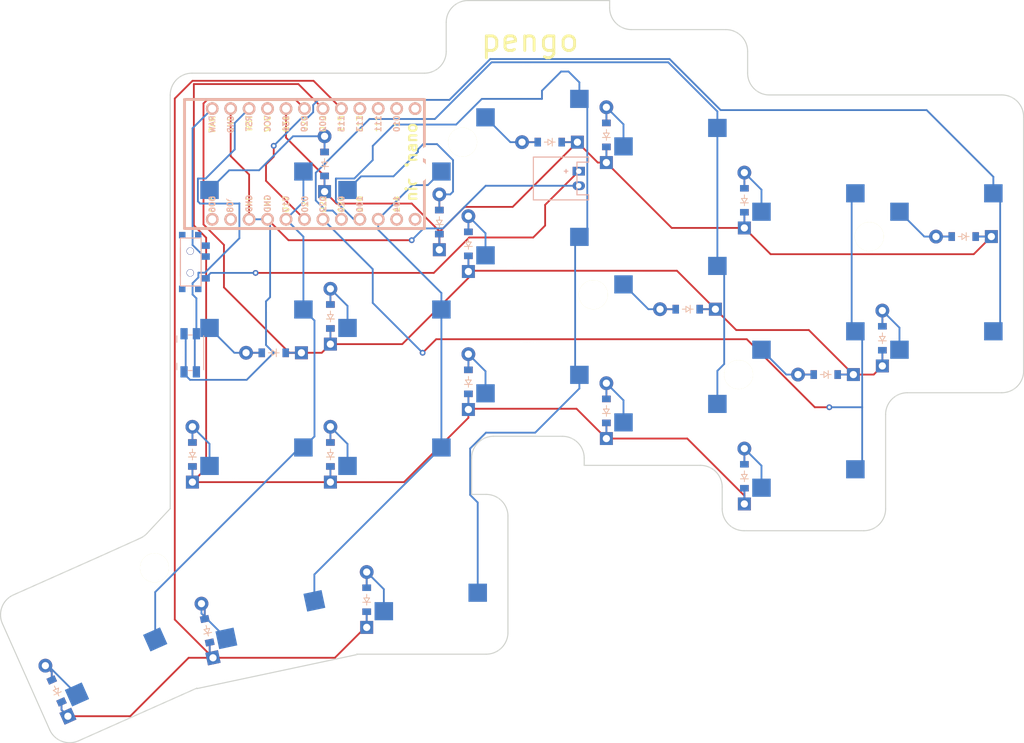
<source format=kicad_pcb>
(kicad_pcb (version 20240108) (generator "pcbnew") (generator_version "8.0")
  (title_block (title "right") (rev "v1.0.0") (company "Unknown"))
  (layers (0 "F.Cu" signal) (31 "B.Cu" signal) (34 "B.Paste" user) (35 "F.Paste" user) (36 "B.SilkS" user "B.Silkscreen") (37 "F.SilkS" user "F.Silkscreen") (38 "B.Mask" user) (39 "F.Mask" user) (44 "Edge.Cuts" user))
  (net 0 "")
  (net 1 "P020")
  (net 2 "mirror_outer_home")
  (net 3 "mirror_outer_top")
  (net 4 "P022")
  (net 5 "mirror_pinky_bottom")
  (net 6 "mirror_pinky_home")
  (net 7 "mirror_pinky_top")
  (net 8 "P024")
  (net 9 "mirror_ring_bottom")
  (net 10 "mirror_ring_home")
  (net 11 "mirror_ring_top")
  (net 12 "P100")
  (net 13 "mirror_middle_bottom")
  (net 14 "mirror_middle_home")
  (net 15 "mirror_middle_top")
  (net 16 "P011")
  (net 17 "mirror_index_bottom")
  (net 18 "mirror_index_home")
  (net 19 "mirror_index_top")
  (net 20 "P017")
  (net 21 "mirror_inner_bottom")
  (net 22 "mirror_inner_home")
  (net 23 "mirror_inner_top")
  (net 24 "mirror_near_thumb")
  (net 25 "mirror_home_thumb")
  (net 26 "mirror_far_thumb")
  (net 27 "RAW")
  (net 28 "GND")
  (net 29 "RST")
  (net 30 "VCC")
  (net 31 "P031")
  (net 32 "P029")
  (net 33 "P002")
  (net 34 "P115")
  (net 35 "P113")
  (net 36 "P111")
  (net 37 "P010")
  (net 38 "P009")
  (net 39 "P006")
  (net 40 "P008")
  (net 41 "P104")
  (net 42 "P106")
  (net 43 "pos")
  (footprint "E73:SPDT_C128955" (layer "F.Cu") (at 164.5 -26 90)
    (property "Reference" "T1" (hide yes))
    (property "Value" "" (hide yes))
  )
  (footprint "ComboDiode" (layer "F.Cu") (at 271 -29.5 180)
    (property "Reference" "D20" (hide yes))
    (property "Value" "" (hide yes))
  )
  (footprint "MX" (layer "F.Cu") (at 211 -51 180)
    (property "Reference" "S11" (hide yes))
    (property "Value" "" (hide yes))
  )
  (footprint "MX" (layer "F.Cu") (at 249 0 180)
    (property "Reference" "S3" (hide yes))
    (property "Value" "" (hide yes))
  )
  (footprint "HOLE_M2_TH" (layer "F.Cu") (at 220 -21.5)
    (property "Reference" "")
    (property "Value" "")
  )
  (footprint "ComboDiode" (layer "F.Cu") (at 146.106725 33.060663 114)
    (property "Reference" "D13" (hide yes))
    (property "Value" "" (hide yes))
  )
  (footprint "MX" (layer "F.Cu") (at 249 -38 180)
    (property "Reference" "S5" (hide yes))
    (property "Value" "" (hide yes))
  )
  (footprint "MX" (layer "F.Cu") (at 173 -22 180)
    (property "Reference" "S16" (hide yes))
    (property "Value" "" (hide yes))
  )
  (footprint "ComboDiode" (layer "F.Cu") (at 221.8 -5.5 90)
    (property "Reference" "D4" (hide yes))
    (property "Value" "" (hide yes))
  )
  (footprint "MX" (layer "F.Cu") (at 230 -28 180)
    (property "Reference" "S7" (hide yes))
    (property "Value" "" (hide yes))
  )
  (footprint "MX" (layer "F.Cu") (at 192 -22 180)
    (property "Reference" "S13" (hide yes))
    (property "Value" "" (hide yes))
  )
  (footprint "MX" (layer "F.Cu") (at 192 -3 180)
    (property "Reference" "S12" (hide yes))
    (property "Value" "" (hide yes))
  )
  (footprint "ComboDiode" (layer "F.Cu") (at 214 -42.5 180)
    (property "Reference" "D17" (hide yes))
    (property "Value" "" (hide yes))
  )
  (footprint "ComboDiode" (layer "F.Cu") (at 240.8 3.5 90)
    (property "Reference" "D2" (hide yes))
    (property "Value" "" (hide yes))
  )
  (footprint "ComboDiode" (layer "F.Cu") (at 164.8 0.5 90)
    (property "Reference" "D10" (hide yes))
    (property "Value" "" (hide yes))
  )
  (footprint "ComboDiode" (layer "F.Cu") (at 233 -19.5 180)
    (property "Reference" "D18" (hide yes))
    (property "Value" "" (hide yes))
  )
  (footprint "ComboDiode" (layer "F.Cu") (at 183.8 -18.5 90)
    (property "Reference" "D9" (hide yes))
    (property "Value" "" (hide yes))
  )
  (footprint "MX" (layer "F.Cu") (at 152.17422 26.528014 -156)
    (property "Reference" "S20" (hide yes))
    (property "Value" "" (hide yes))
  )
  (footprint "ComboDiode" (layer "F.Cu") (at 183 -39.5 90)
    (property "Reference" "D14" (hide yes))
    (property "Value" "" (hide yes))
  )
  (footprint "Panasonic_EVQPUL_EVQPUC" (layer "F.Cu") (at 164.5 -13.5 90)
    (property "Reference" "B1" (hide yes))
    (property "Value" "Panasonic_EVQPUL_EVQPUC" (hide yes))
  )
  (footprint "ComboDiode" (layer "F.Cu") (at 202.8 -9.5 90)
    (property "Reference" "D6" (hide yes))
    (property "Value" "" (hide yes))
  )
  (footprint "MX" (layer "F.Cu") (at 230 -47 180)
    (property "Reference" "S8" (hide yes))
    (property "Value" "" (hide yes))
  )
  (footprint "ComboDiode" (layer "F.Cu") (at 183.8 0.5 90)
    (property "Reference" "D8" (hide yes))
    (property "Value" "" (hide yes))
  )
  (footprint "ComboDiode" (layer "F.Cu") (at 259.8 -15.5 90)
    (property "Reference" "D1" (hide yes))
    (property "Value" "" (hide yes))
  )
  (footprint "MX" (layer "F.Cu") (at 249 -19 180)
    (property "Reference" "S4" (hide yes))
    (property "Value" "" (hide yes))
  )
  (footprint "HOLE_M2_TH" (layer "F.Cu") (at 202 -42.5)
    (property "Reference" "")
    (property "Value" "")
  )
  (footprint "ComboDiode" (layer "F.Cu") (at 202.8 -28.5 90)
    (property "Reference" "D7" (hide yes))
    (property "Value" "" (hide yes))
  )
  (footprint "MX" (layer "F.Cu") (at 173 -3 180)
    (property "Reference" "S15" (hide yes))
    (property "Value" "" (hide yes))
  )
  (footprint "MX" (layer "F.Cu") (at 268 -38 180)
    (property "Reference" "S2" (hide yes))
    (property "Value" "" (hide yes))
  )
  (footprint "JST_PH_S2B-PH-K_02x2.00mm_Angled" (layer "F.Cu") (at 218 -37.5 -90)
    (property "Reference" "JST1" (hide yes))
    (property "Value" "" (hide yes))
  )
  (footprint "HOLE_M2_TH" (layer "F.Cu") (at 159.579432 16.115865 24)
    (property "Reference" "")
    (property "Value" "")
  )
  (footprint "MX" (layer "F.Cu") (at 173 -41 180)
    (property "Reference" "S17" (hide yes))
    (property "Value" "" (hide yes))
  )
  (footprint "ComboDiode" (layer "F.Cu") (at 240.8 -34.5 90)
    (property "Reference" "D3" (hide yes))
    (property "Value" "" (hide yes))
  )
  (footprint "MX" (layer "F.Cu") (at 192 -41 180)
    (property "Reference" "S14" (hide yes))
    (property "Value" "" (hide yes))
  )
  (footprint "MX" (layer "F.Cu") (at 174.135561 19.639634 -168)
    (property "Reference" "S19" (hide yes))
    (property "Value" "" (hide yes))
  )
  (footprint "ComboDiode" (layer "F.Cu") (at 188.8 20.5 90)
    (property "Reference" "D11" (hide yes))
    (property "Value" "" (hide yes))
  )
  (footprint "HOLE_M2_TH" (layer "F.Cu") (at 258 -29.5)
    (property "Reference" "")
    (property "Value" "")
  )
  (footprint "ComboDiode" (layer "F.Cu") (at 252 -10.5 180)
    (property "Reference" "D19" (hide yes))
    (property "Value" "" (hide yes))
  )
  (footprint "MX" (layer "F.Cu") (at 211 -13 180)
    (property "Reference" "S9" (hide yes))
    (property "Value" "" (hide yes))
  )
  (footprint "ComboDiode" (layer "F.Cu") (at 221.8 -43.5 90)
    (property "Reference" "D5" (hide yes))
    (property "Value" "" (hide yes))
  )
  (footprint "nice_nano" (layer "F.Cu") (at 181.5 -39.5)
    (property "Reference" "MCU1" (hide yes))
    (property "Value" "nice_nano" (hide yes))
  )
  (footprint "ComboDiode" (layer "F.Cu") (at 176 -13.5 180)
    (property "Reference" "D15" (hide yes))
    (property "Value" "" (hide yes))
  )
  (footprint "MX" (layer "F.Cu") (at 230 -9 180)
    (property "Reference" "S6" (hide yes))
    (property "Value" "" (hide yes))
  )
  (footprint "MX" (layer "F.Cu") (at 197 17 180)
    (property "Reference" "S18" (hide yes))
    (property "Value" "" (hide yes))
  )
  (footprint "MX" (layer "F.Cu") (at 268 -19 180)
    (property "Reference" "S1" (hide yes))
    (property "Value" "" (hide yes))
  )
  (footprint "ComboDiode" (layer "F.Cu") (at 198.8 -31.5 90)
    (property "Reference" "D16" (hide yes))
    (property "Value" "" (hide yes))
  )
  (footprint "ComboDiode" (layer "F.Cu") (at 166.842441 24.768027 102)
    (property "Reference" "D12" (hide yes))
    (property "Value" "" (hide yes))
  )
  (footprint "HOLE_M2_TH" (layer "F.Cu") (at 240 -10.5)
    (property "Reference" "")
    (property "Value" "")
  )
  (footprint "MX" (layer "F.Cu") (at 211 -32 180)
    (property "Reference" "S10" (hide yes))
    (property "Value" "" (hide yes))
  )
  (gr_arc (start 260.25 -5) (mid 261.12868 -7.12132) (end 263.25 -8) (stroke (width 0.15)) (layer "Edge.Cuts"))
  (gr_line (start 240.75 11) (end 257.25 11) (stroke (width 0.15)) (layer "Edge.Cuts"))
  (gr_arc (start 161.75 -49) (mid 162.62868 -51.12132) (end 164.75 -52) (stroke (width 0.15)) (layer "Edge.Cuts"))
  (gr_arc (start 199.75 -59) (mid 200.62868 -61.12132) (end 202.75 -62) (stroke (width 0.15)) (layer "Edge.Cuts"))
  (gr_line (start 161.7 8) (end 158.564725 11.352138) (stroke (width 0.15)) (layer "Edge.Cuts"))
  (gr_line (start 164.75 -52) (end 196.75 -52) (stroke (width 0.15)) (layer "Edge.Cuts"))
  (gr_line (start 152.261324 14.448234) (end 140.163367 19.834591) (stroke (width 0.15)) (layer "Edge.Cuts"))
  (gr_arc (start 279.25 -11) (mid 278.37132 -8.87868) (end 276.25 -8) (stroke (width 0.15)) (layer "Edge.Cuts"))
  (gr_line (start 157.606964 12.037668) (end 152.274362 14.442391) (stroke (width 0.15)) (layer "Edge.Cuts"))
  (gr_arc (start 138.642941 23.795437) (mid 138.582836 21.500123) (end 140.163367 19.834591) (stroke (width 0.15)) (layer "Edge.Cuts"))
  (gr_line (start 237.75 5) (end 237.75 8) (stroke (width 0.15)) (layer "Edge.Cuts"))
  (gr_line (start 203.25 6) (end 203.25 1) (stroke (width 0.15)) (layer "Edge.Cuts"))
  (gr_arc (start 240.75 11) (mid 238.62868 10.12132) (end 237.75 8) (stroke (width 0.15)) (layer "Edge.Cuts"))
  (gr_line (start 165.418429 32.738264) (end 187.42675 28.060251) (stroke (width 0.15)) (layer "Edge.Cuts"))
  (gr_arc (start 208.25 25) (mid 207.37132 27.12132) (end 205.25 28) (stroke (width 0.15)) (layer "Edge.Cuts"))
  (gr_arc (start 238.25 -58) (mid 240.37132 -57.12132) (end 241.25 -55) (stroke (width 0.15)) (layer "Edge.Cuts"))
  (gr_line (start 205.25 6) (end 203.25 6) (stroke (width 0.15)) (layer "Edge.Cuts"))
  (gr_line (start 187.413943 28) (end 205.25 28) (stroke (width 0.15)) (layer "Edge.Cuts"))
  (gr_line (start 222.25 -61) (end 222.25 -62) (stroke (width 0.15)) (layer "Edge.Cuts"))
  (gr_arc (start 205.25 6) (mid 207.37132 6.87868) (end 208.25 9) (stroke (width 0.15)) (layer "Edge.Cuts"))
  (gr_line (start 238.25 -58) (end 225.25 -58) (stroke (width 0.15)) (layer "Edge.Cuts"))
  (gr_line (start 161.75 7.986436) (end 161.75 -49) (stroke (width 0.15)) (layer "Edge.Cuts"))
  (gr_line (start 218.75 1) (end 218.75 2) (stroke (width 0.15)) (layer "Edge.Cuts"))
  (gr_arc (start 199.75 -55) (mid 198.87132 -52.87868) (end 196.75 -52) (stroke (width 0.15)) (layer "Edge.Cuts"))
  (gr_arc (start 234.75 2) (mid 236.87132 2.87868) (end 237.75 5) (stroke (width 0.15)) (layer "Edge.Cuts"))
  (gr_line (start 138.64294 23.795437) (end 145.150726 38.412164) (stroke (width 0.15)) (layer "Edge.Cuts"))
  (gr_line (start 241.25 -52) (end 241.25 -55) (stroke (width 0.15)) (layer "Edge.Cuts"))
  (gr_line (start 244.25 -49) (end 276.25 -49) (stroke (width 0.15)) (layer "Edge.Cuts"))
  (gr_line (start 161.75 7.986436) (end 161.7 8) (stroke (width 0.15)) (layer "Edge.Cuts"))
  (gr_arc (start 276.25 -49) (mid 278.37132 -48.12132) (end 279.25 -46) (stroke (width 0.15)) (layer "Edge.Cuts"))
  (gr_line (start 260.25 8) (end 260.25 -5) (stroke (width 0.15)) (layer "Edge.Cuts"))
  (gr_arc (start 244.25 -49) (mid 242.12868 -49.87868) (end 241.25 -52) (stroke (width 0.15)) (layer "Edge.Cuts"))
  (gr_arc (start 158.564724 11.352138) (mid 158.119817 11.742368) (end 157.606964 12.037668) (stroke (width 0.15)) (layer "Edge.Cuts"))
  (gr_line (start 218.75 2) (end 234.75 2) (stroke (width 0.15)) (layer "Edge.Cuts"))
  (gr_line (start 149.111573 39.932591) (end 165.405622 32.678013) (stroke (width 0.15)) (layer "Edge.Cuts"))
  (gr_arc (start 215.75 -2) (mid 217.87132 -1.12132) (end 218.75 1) (stroke (width 0.15)) (layer "Edge.Cuts"))
  (gr_arc (start 225.25 -58) (mid 223.12868 -58.87868) (end 222.25 -61) (stroke (width 0.15)) (layer "Edge.Cuts"))
  (gr_line (start 199.75 -59) (end 199.75 -55) (stroke (width 0.15)) (layer "Edge.Cuts"))
  (gr_line (start 187.42675 28.060251) (end 187.413943 28) (stroke (width 0.15)) (layer "Edge.Cuts"))
  (gr_line (start 208.25 25) (end 208.25 9) (stroke (width 0.15)) (layer "Edge.Cuts"))
  (gr_line (start 263.25 -8) (end 276.25 -8) (stroke (width 0.15)) (layer "Edge.Cuts"))
  (gr_line (start 206.25 -2) (end 215.75 -2) (stroke (width 0.15)) (layer "Edge.Cuts"))
  (gr_arc (start 149.111572 39.932591) (mid 146.816259 39.992695) (end 145.150727 38.412164) (stroke (width 0.15)) (layer "Edge.Cuts"))
  (gr_arc (start 152.274362 14.442391) (mid 152.267847 14.44532) (end 152.261324 14.448233) (stroke (width 0.15)) (layer "Edge.Cuts"))
  (gr_arc (start 260.25 8) (mid 259.37132 10.12132) (end 257.25 11) (stroke (width 0.15)) (layer "Edge.Cuts"))
  (gr_line (start 279.25 -11) (end 279.25 -46) (stroke (width 0.15)) (layer "Edge.Cuts"))
  (gr_arc (start 203.25 1) (mid 204.12868 -1.12132) (end 206.25 -2) (stroke (width 0.15)) (layer "Edge.Cuts"))
  (gr_line (start 222.25 -62) (end 202.75 -62) (stroke (width 0.15)) (layer "Edge.Cuts"))
  (gr_line (start 165.405622 32.678013) (end 165.418429 32.738264) (stroke (width 0.15)) (layer "Edge.Cuts"))
  (gr_text "pengo" (at 204.3 -56.5 0) (layer "F.SilkS") (effects (font (size 3 3) (thickness 0.4)) (justify left)))
  (segment (start 176 -40.5) (end 174.935 -39.435) (width 0.25) (layer "F.Cu") (net 1))
  (segment (start 174.935 -39.435) (end 174.935 -37.175) (width 0.25) (layer "F.Cu") (net 1))
  (segment (start 176 -42) (end 176 -40.5) (width 0.25) (layer "F.Cu") (net 1))
  (segment (start 174.935 -37.175) (end 180.23 -31.88) (width 0.25) (layer "F.Cu") (net 1))
  (via (at 176 -42) (size 0.8) (drill 0.4) (layers "F.Cu" "B.Cu") (net 1))
  (segment (start 205.813604 -53.95) (end 200.184904 -48.3213) (width 0.25) (layer "B.Cu") (net 1))
  (segment (start 181.4313 -47.617595) (end 181.4313 -46.622405) (width 0.25) (layer "B.Cu") (net 1))
  (segment (start 180.727595 -45.9187) (end 179.9187 -45.9187) (width 0.25) (layer "B.Cu") (net 1))
  (segment (start 276.024 -34.521) (end 276.024 -17.399) (width 0.25) (layer "B.Cu") (net 1))
  (segment (start 182.135005 -48.3213) (end 181.4313 -47.617595) (width 0.25) (layer "B.Cu") (net 1))
  (segment (start 275.085 -37.728684) (end 265.898604 -46.91508) (width 0.25) (layer "B.Cu") (net 1))
  (segment (start 275.085 -35.46) (end 276.024 -34.521) (width 0.25) (layer "B.Cu") (net 1))
  (segment (start 276.024 -17.399) (end 275.085 -16.46) (width 0.25) (layer "B.Cu") (net 1))
  (segment (start 265.898604 -46.91508) (end 237.535 -46.91508) (width 0.25) (layer "B.Cu") (net 1))
  (segment (start 230.50008 -53.95) (end 205.813604 -53.95) (width 0.25) (layer "B.Cu") (net 1))
  (segment (start 181.4313 -46.622405) (end 180.727595 -45.9187) (width 0.25) (layer "B.Cu") (net 1))
  (segment (start 237.535 -46.91508) (end 230.50008 -53.95) (width 0.25) (layer "B.Cu") (net 1))
  (segment (start 200.184904 -48.3213) (end 182.135005 -48.3213) (width 0.25) (layer "B.Cu") (net 1))
  (segment (start 177 -43) (end 176 -42) (width 0.25) (layer "B.Cu") (net 1))
  (segment (start 179.9187 -45.9187) (end 177 -43) (width 0.25) (layer "B.Cu") (net 1))
  (segment (start 275.085 -35.46) (end 275.085 -37.728684) (width 0.25) (layer "B.Cu") (net 1))
  (segment (start 259.8 -17.15) (end 259.8 -19.31) (width 0.25) (layer "F.Cu") (net 2))
  (segment (start 262.158 -13.92) (end 262.158 -16.952) (width 0.25) (layer "B.Cu") (net 2))
  (segment (start 262.158 -16.952) (end 259.8 -19.31) (width 0.25) (layer "B.Cu") (net 2))
  (segment (start 259.8 -17.15) (end 259.8 -19.31) (width 0.25) (layer "B.Cu") (net 2))
  (segment (start 269.35 -29.5) (end 267.19 -29.5) (width 0.25) (layer "F.Cu") (net 3))
  (segment (start 269.35 -29.5) (end 267.19 -29.5) (width 0.25) (layer "B.Cu") (net 3))
  (segment (start 265.578 -29.5) (end 267.19 -29.5) (width 0.25) (layer "B.Cu") (net 3))
  (segment (start 262.158 -32.92) (end 265.578 -29.5) (width 0.25) (layer "B.Cu") (net 3))
  (segment (start 250.5 -6) (end 252.5 -6) (width 0.25) (layer "F.Cu") (net 4))
  (segment (start 198.3689 -15.3689) (end 241.1311 -15.3689) (width 0.25) (layer "F.Cu") (net 4))
  (segment (start 196.5 -13.5) (end 198.3689 -15.3689) (width 0.25) (layer "F.Cu") (net 4))
  (segment (start 241.1311 -15.3689) (end 250.5 -6) (width 0.25) (layer "F.Cu") (net 4))
  (via (at 196.5 -13.5) (size 0.8) (drill 0.4) (layers "F.Cu" "B.Cu") (net 4))
  (via (at 252.5 -6) (size 0.8) (drill 0.4) (layers "F.Cu" "B.Cu") (net 4))
  (segment (start 189.6311 -20.3689) (end 196.5 -13.5) (width 0.25) (layer "B.Cu") (net 4))
  (segment (start 189.6311 -25.0189) (end 189.6311 -20.3689) (width 0.25) (layer "B.Cu") (net 4))
  (segment (start 182.77 -31.88) (end 189.6311 -25.0189) (width 0.25) (layer "B.Cu") (net 4))
  (segment (start 257.024 -6) (end 257.024 -15.521) (width 0.25) (layer "B.Cu") (net 4))
  (segment (start 256.085 -16.46) (end 255.575 -16.97) (width 0.25) (layer "B.Cu") (net 4))
  (segment (start 252.5 -6) (end 257.024 -6) (width 0.25) (layer "B.Cu") (net 4))
  (segment (start 257.024 1.601) (end 257.024 -6) (width 0.25) (layer "B.Cu") (net 4))
  (segment (start 257.024 -15.521) (end 256.085 -16.46) (width 0.25) (layer "B.Cu") (net 4))
  (segment (start 256.085 2.54) (end 257.024 1.601) (width 0.25) (layer "B.Cu") (net 4))
  (segment (start 255.575 -16.97) (end 255.575 -34.95) (width 0.25) (layer "B.Cu") (net 4))
  (segment (start 255.575 -34.95) (end 256.085 -35.46) (width 0.25) (layer "B.Cu") (net 4))
  (segment (start 240.8 -0.31) (end 240.8 1.85) (width 0.25) (layer "F.Cu") (net 5))
  (segment (start 240.8 1.85) (end 240.8 -0.31) (width 0.25) (layer "B.Cu") (net 5))
  (segment (start 243.158 5.08) (end 243.158 2.048) (width 0.25) (layer "B.Cu") (net 5))
  (segment (start 243.158 2.048) (end 240.8 -0.31) (width 0.25) (layer "B.Cu") (net 5))
  (segment (start 250.35 -10.5) (end 248.19 -10.5) (width 0.25) (layer "F.Cu") (net 6))
  (segment (start 250.35 -10.5) (end 248.19 -10.5) (width 0.25) (layer "B.Cu") (net 6))
  (segment (start 243.158 -13.92) (end 246.578 -10.5) (width 0.25) (layer "B.Cu") (net 6))
  (segment (start 246.578 -10.5) (end 248.19 -10.5) (width 0.25) (layer "B.Cu") (net 6))
  (segment (start 240.8 -36.15) (end 240.8 -38.31) (width 0.25) (layer "F.Cu") (net 7))
  (segment (start 243.158 -35.952) (end 240.8 -38.31) (width 0.25) (layer "B.Cu") (net 7))
  (segment (start 240.8 -36.15) (end 240.8 -38.31) (width 0.25) (layer "B.Cu") (net 7))
  (segment (start 243.158 -32.92) (end 243.158 -35.952) (width 0.25) (layer "B.Cu") (net 7))
  (segment (start 185.31 -31.88) (end 184.108 -33.082) (width 0.25) (layer "B.Cu") (net 8))
  (segment (start 237.085 -25.46) (end 237.085 -44.46) (width 0.25) (layer "B.Cu") (net 8))
  (segment (start 238.024 -24.521) (end 238.024 -11.953468) (width 0.25) (layer "B.Cu") (net 8))
  (segment (start 181.786 -34.476) (end 181.786 -38.286) (width 0.25) (layer "B.Cu") (net 8))
  (segment (start 184.108 -33.082) (end 183.18 -33.082) (width 0.25) (layer "B.Cu") (net 8))
  (segment (start 238.024 -11.953468) (end 237.085 -11.014468) (width 0.25) (layer "B.Cu") (net 8))
  (segment (start 237.085 -11.014468) (end 237.085 -6.46) (width 0.25) (layer "B.Cu") (net 8))
  (segment (start 230.313684 -53.5) (end 237.085 -46.728684) (width 0.25) (layer "B.Cu") (net 8))
  (segment (start 206 -53.5) (end 230.313684 -53.5) (width 0.25) (layer "B.Cu") (net 8))
  (segment (start 189.1887 -45.6887) (end 198.1887 -45.6887) (width 0.25) (layer "B.Cu") (net 8))
  (segment (start 198.1887 -45.6887) (end 206 -53.5) (width 0.25) (layer "B.Cu") (net 8))
  (segment (start 183.18 -33.082) (end 181.786 -34.476) (width 0.25) (layer "B.Cu") (net 8))
  (segment (start 237.085 -25.46) (end 238.024 -24.521) (width 0.25) (layer "B.Cu") (net 8))
  (segment (start 237.085 -46.728684) (end 237.085 -44.46) (width 0.25) (layer "B.Cu") (net 8))
  (segment (start 181.786 -38.286) (end 189.1887 -45.6887) (width 0.25) (layer "B.Cu") (net 8))
  (segment (start 221.8 -7.15) (end 221.8 -9.31) (width 0.25) (layer "F.Cu") (net 9))
  (segment (start 221.8 -7.15) (end 221.8 -9.31) (width 0.25) (layer "B.Cu") (net 9))
  (segment (start 224.158 -6.952) (end 221.8 -9.31) (width 0.25) (layer "B.Cu") (net 9))
  (segment (start 224.158 -3.92) (end 224.158 -6.952) (width 0.25) (layer "B.Cu") (net 9))
  (segment (start 231.35 -19.5) (end 229.19 -19.5) (width 0.25) (layer "F.Cu") (net 10))
  (segment (start 224.158 -22.92) (end 227.578 -19.5) (width 0.25) (layer "B.Cu") (net 10))
  (segment (start 227.578 -19.5) (end 229.19 -19.5) (width 0.25) (layer "B.Cu") (net 10))
  (segment (start 231.35 -19.5) (end 229.19 -19.5) (width 0.25) (layer "B.Cu") (net 10))
  (segment (start 221.8 -45.15) (end 221.8 -47.31) (width 0.25) (layer "F.Cu") (net 11))
  (segment (start 221.8 -45.15) (end 221.8 -47.31) (width 0.25) (layer "B.Cu") (net 11))
  (segment (start 224.158 -44.952) (end 221.8 -47.31) (width 0.25) (layer "B.Cu") (net 11))
  (segment (start 224.158 -41.92) (end 224.158 -44.952) (width 0.25) (layer "B.Cu") (net 11))
  (segment (start 204.085 19.54) (end 204.085 7.117843) (width 0.25) (layer "B.Cu") (net 12))
  (segment (start 217.5 -28.875) (end 217.5 -11.045) (width 0.25) (layer "B.Cu") (net 12))
  (segment (start 187.096604 -37.495) (end 189.6311 -40.029496) (width 0.25) (layer "B.Cu") (net 12))
  (segment (start 218.085 -50.728684) (end 218.085 -48.46) (width 0.25) (layer "B.Cu") (net 12))
  (segment (start 189.6311 -41.981231) (end 192.574869 -44.925) (width 0.25) (layer "B.Cu") (net 12))
  (segment (start 205.220782 -2.5) (end 212 -2.5) (width 0.25) (layer "B.Cu") (net 12))
  (segment (start 187.023 -31.88) (end 184.558 -34.345) (width 0.25) (layer "B.Cu") (net 12))
  (segment (start 216.587784 -52.2259) (end 218.085 -50.728684) (width 0.25) (layer "B.Cu") (net 12))
  (segment (start 184.558 -37.495) (end 187.096604 -37.495) (width 0.25) (layer "B.Cu") (net 12))
  (segment (start 204.65165 -48.46) (end 212.935 -48.46) (width 0.25) (layer "B.Cu") (net 12))
  (segment (start 218.085 -48.46) (end 219.175 -47.37) (width 0.25) (layer "B.Cu") (net 12))
  (segment (start 189.6311 -40.029496) (end 189.6311 -41.981231) (width 0.25) (layer "B.Cu") (net 12))
  (segment (start 192.574869 -44.925) (end 201.11665 -44.925) (width 0.25) (layer "B.Cu") (net 12))
  (segment (start 201.11665 -44.925) (end 204.65165 -48.46) (width 0.25) (layer "B.Cu") (net 12))
  (segment (start 212.935 -48.46) (end 212.935 -49.588684) (width 0.25) (layer "B.Cu") (net 12))
  (segment (start 204.085 7.117843) (end 203.04383 6.076673) (width 0.25) (layer "B.Cu") (net 12))
  (segment (start 203.04383 -0.323048) (end 205.220782 -2.5) (width 0.25) (layer "B.Cu") (net 12))
  (segment (start 215.572216 -52.2259) (end 216.587784 -52.2259) (width 0.25) (layer "B.Cu") (net 12))
  (segment (start 187.85 -31.88) (end 187.023 -31.88) (width 0.25) (layer "B.Cu") (net 12))
  (segment (start 217.5 -11.045) (end 218.085 -10.46) (width 0.25) (layer "B.Cu") (net 12))
  (segment (start 212 -2.5) (end 218.085 -8.585) (width 0.25) (layer "B.Cu") (net 12))
  (segment (start 218.085 -29.46) (end 217.5 -28.875) (width 0.25) (layer "B.Cu") (net 12))
  (segment (start 219.175 -47.37) (end 219.175 -30.55) (width 0.25) (layer "B.Cu") (net 12))
  (segment (start 212.935 -49.588684) (end 215.572216 -52.2259) (width 0.25) (layer "B.Cu") (net 12))
  (segment (start 218.085 -8.585) (end 218.085 -10.46) (width 0.25) (layer "B.Cu") (net 12))
  (segment (start 184.558 -34.345) (end 184.558 -37.495) (width 0.25) (layer "B.Cu") (net 12))
  (segment (start 219.175 -30.55) (end 218.085 -29.46) (width 0.25) (layer "B.Cu") (net 12))
  (segment (start 203.04383 6.076673) (end 203.04383 -0.323048) (width 0.25) (layer "B.Cu") (net 12))
  (segment (start 202.8 -13.31) (end 202.8 -11.15) (width 0.25) (layer "F.Cu") (net 13))
  (segment (start 205.158 -10.952) (end 202.8 -13.31) (width 0.25) (layer "B.Cu") (net 13))
  (segment (start 205.158 -7.92) (end 205.158 -10.952) (width 0.25) (layer "B.Cu") (net 13))
  (segment (start 202.8 -11.15) (end 202.8 -13.31) (width 0.25) (layer "B.Cu") (net 13))
  (segment (start 202.8 -30.15) (end 202.8 -32.31) (width 0.25) (layer "F.Cu") (net 14))
  (segment (start 202.8 -30.15) (end 202.8 -32.31) (width 0.25) (layer "B.Cu") (net 14))
  (segment (start 205.158 -26.92) (end 205.158 -29.952) (width 0.25) (layer "B.Cu") (net 14))
  (segment (start 205.158 -29.952) (end 202.8 -32.31) (width 0.25) (layer "B.Cu") (net 14))
  (segment (start 212.35 -42.5) (end 210.19 -42.5) (width 0.25) (layer "F.Cu") (net 15))
  (segment (start 208.578 -42.5) (end 210.19 -42.5) (width 0.25) (layer "B.Cu") (net 15))
  (segment (start 205.158 -45.92) (end 208.578 -42.5) (width 0.25) (layer "B.Cu") (net 15))
  (segment (start 212.35 -42.5) (end 210.19 -42.5) (width 0.25) (layer "B.Cu") (net 15))
  (segment (start 181.593832 20.651075) (end 181.593832 17.031168) (width 0.25) (layer "B.Cu") (net 16))
  (segment (start 199.085 -38.46) (end 197.21 -36.585) (width 0.25) (layer "B.Cu") (net 16))
  (segment (start 199.085 -19.46) (end 199.085 -21.728684) (width 0.25) (layer "B.Cu") (net 16))
  (segment (start 199.085 -19.46) (end 199.085 -0.46) (width 0.25) (layer "B.Cu") (net 16))
  (segment (start 195.095 -36.585) (end 190.39 -31.88) (width 0.25) (layer "B.Cu") (net 16))
  (segment (start 181.593832 17.031168) (end 199.085 -0.46) (width 0.25) (layer "B.Cu") (net 16))
  (segment (start 199.085 -21.728684) (end 190.39 -30.423684) (width 0.25) (layer "B.Cu") (net 16))
  (segment (start 197.21 -36.585) (end 195.095 -36.585) (width 0.25) (layer "B.Cu") (net 16))
  (segment (start 190.39 -30.423684) (end 190.39 -31.88) (width 0.25) (layer "B.Cu") (net 16))
  (segment (start 183.8 -1.15) (end 183.8 -3.31) (width 0.25) (layer "F.Cu") (net 17))
  (segment (start 183.8 -1.15) (end 183.8 -3.31) (width 0.25) (layer "B.Cu") (net 17))
  (segment (start 186.158 -0.952) (end 183.8 -3.31) (width 0.25) (layer "B.Cu") (net 17))
  (segment (start 186.158 2.08) (end 186.158 -0.952) (width 0.25) (layer "B.Cu") (net 17))
  (segment (start 183.8 -20.15) (end 183.8 -22.31) (width 0.25) (layer "F.Cu") (net 18))
  (segment (start 183.8 -20.15) (end 183.8 -22.31) (width 0.25) (layer "B.Cu") (net 18))
  (segment (start 186.158 -16.92) (end 186.158 -19.952) (width 0.25) (layer "B.Cu") (net 18))
  (segment (start 186.158 -19.952) (end 183.8 -22.31) (width 0.25) (layer "B.Cu") (net 18))
  (segment (start 198.8 -33.15) (end 198.8 -35.31) (width 0.25) (layer "F.Cu") (net 19))
  (segment (start 186.158 -35.92) (end 188.033 -37.795) (width 0.25) (layer "B.Cu") (net 19))
  (segment (start 198.4941 -42.2259) (end 200.685 -40.035) (width 0.25) (layer "B.Cu") (net 19))
  (segment (start 195.8541 -41.15575) (end 195.8541 -41.507784) (width 0.25) (layer "B.Cu") (net 19))
  (segment (start 192.49335 -37.795) (end 195.8541 -41.15575) (width 0.25) (layer "B.Cu") (net 19))
  (segment (start 188.033 -37.795) (end 192.49335 -37.795) (width 0.25) (layer "B.Cu") (net 19))
  (segment (start 200.685 -40.035) (end 200.685 -35.685) (width 0.25) (layer "B.Cu") (net 19))
  (segment (start 198.8 -33.15) (end 198.8 -35.31) (width 0.25) (layer "B.Cu") (net 19))
  (segment (start 195.8541 -41.507784) (end 196.572216 -42.2259) (width 0.25) (layer "B.Cu") (net 19))
  (segment (start 200.31 -35.31) (end 198.8 -35.31) (width 0.25) (layer "B.Cu") (net 19))
  (segment (start 200.685 -35.685) (end 200.31 -35.31) (width 0.25) (layer "B.Cu") (net 19))
  (segment (start 196.572216 -42.2259) (end 198.4941 -42.2259) (width 0.25) (layer "B.Cu") (net 19))
  (segment (start 181.61 -17.935) (end 180.085 -19.46) (width 0.25) (layer "B.Cu") (net 20))
  (segment (start 181.61 -1.985) (end 181.61 -17.935) (width 0.25) (layer "B.Cu") (net 20))
  (segment (start 180.085 -34.275) (end 177.69 -31.88) (width 0.25) (layer "B.Cu") (net 20))
  (segment (start 159.679801 25.96669) (end 159.679801 19.444964) (width 0.25) (layer "B.Cu") (net 20))
  (segment (start 180.085 -29.485) (end 177.69 -31.88) (width 0.25) (layer "B.Cu") (net 20))
  (segment (start 180.085 -19.46) (end 180.085 -29.485) (width 0.25) (layer "B.Cu") (net 20))
  (segment (start 180.085 -38.46) (end 180.085 -34.275) (width 0.25) (layer "B.Cu") (net 20))
  (segment (start 159.679801 19.444964) (end 179.584765 -0.46) (width 0.25) (layer "B.Cu") (net 20))
  (segment (start 179.584765 -0.46) (end 180.085 -0.46) (width 0.25) (layer "B.Cu") (net 20))
  (segment (start 180.085 -0.46) (end 181.61 -1.985) (width 0.25) (layer "B.Cu") (net 20))
  (segment (start 164.8 -1.15) (end 164.8 -3.31) (width 0.25) (layer "F.Cu") (net 21))
  (segment (start 167.158 2.08) (end 167.158 -0.952) (width 0.25) (layer "B.Cu") (net 21))
  (segment (start 164.8 -1.15) (end 164.8 -3.31) (width 0.25) (layer "B.Cu") (net 21))
  (segment (start 167.158 -0.952) (end 164.8 -3.31) (width 0.25) (layer "B.Cu") (net 21))
  (segment (start 174.35 -13.5) (end 172.19 -13.5) (width 0.25) (layer "F.Cu") (net 22))
  (segment (start 170.578 -13.5) (end 172.19 -13.5) (width 0.25) (layer "B.Cu") (net 22))
  (segment (start 174.35 -13.5) (end 172.19 -13.5) (width 0.25) (layer "B.Cu") (net 22))
  (segment (start 167.158 -16.92) (end 170.578 -13.5) (width 0.25) (layer "B.Cu") (net 22))
  (segment (start 183 -41.15) (end 183 -43.31) (width 0.25) (layer "F.Cu") (net 23))
  (segment (start 169.8691 -38.6311) (end 173.981231 -38.6311) (width 0.25) (layer "B.Cu") (net 23))
  (segment (start 176.8541 -41.503969) (end 176.8541 -41.507784) (width 0.25) (layer "B.Cu") (net 23))
  (segment (start 178.656316 -43.31) (end 183 -43.31) (width 0.25) (layer "B.Cu") (net 23))
  (segment (start 173.981231 -38.6311) (end 176.8541 -41.503969) (width 0.25) (layer "B.Cu") (net 23))
  (segment (start 176.8541 -41.507784) (end 178.656316 -43.31) (width 0.25) (layer "B.Cu") (net 23))
  (segment (start 183 -41.15) (end 183 -43.31) (width 0.25) (layer "B.Cu") (net 23))
  (segment (start 167.158 -35.92) (end 169.8691 -38.6311) (width 0.25) (layer "B.Cu") (net 23))
  (segment (start 188.8 16.69) (end 188.8 18.85) (width 0.25) (layer "F.Cu") (net 24))
  (segment (start 188.8 18.85) (end 188.8 16.69) (width 0.25) (layer "B.Cu") (net 24))
  (segment (start 191.158 19.048) (end 188.8 16.69) (width 0.25) (layer "B.Cu") (net 24))
  (segment (start 191.158 22.08) (end 191.158 19.048) (width 0.25) (layer "B.Cu") (net 24))
  (segment (start 166.499387 23.154083) (end 166.499387 21.490375) (width 0.25) (layer "F.Cu") (net 25))
  (segment (start 166.499387 21.490375) (end 166.050297 21.041285) (width 0.25) (layer "F.Cu") (net 25))
  (segment (start 166.499387 21.490375) (end 166.050297 21.041285) (width 0.25) (layer "B.Cu") (net 25))
  (segment (start 169.477414 25.823244) (end 166.050297 22.396127) (width 0.25) (layer "B.Cu") (net 25))
  (segment (start 166.499387 23.154083) (end 166.499387 21.490375) (width 0.25) (layer "B.Cu") (net 25))
  (segment (start 166.050297 22.396127) (end 166.050297 21.041285) (width 0.25) (layer "B.Cu") (net 25))
  (segment (start 145.43561 30.458607) (end 144.557058 29.580055) (width 0.25) (layer "F.Cu") (net 26))
  (segment (start 145.43561 31.553313) (end 145.43561 30.458607) (width 0.25) (layer "F.Cu") (net 26))
  (segment (start 144.938585 29.580055) (end 144.557058 29.580055) (width 0.25) (layer "B.Cu") (net 26))
  (segment (start 148.90351 33.54498) (end 144.938585 29.580055) (width 0.25) (layer "B.Cu") (net 26))
  (segment (start 145.43561 31.553313) (end 145.43561 30.458607) (width 0.25) (layer "B.Cu") (net 26))
  (segment (start 145.43561 30.458607) (end 144.557058 29.580055) (width 0.25) (layer "B.Cu") (net 26))
  (segment (start 167.53 -47.12) (end 164.825 -44.415) (width 0.25) (layer "B.Cu") (net 27))
  (segment (start 166.416727 -26.75) (end 166.575 -26.75) (width 0.25) (layer "B.Cu") (net 27))
  (segment (start 164.825 -28.341727) (end 166.416727 -26.75) (width 0.25) (layer "B.Cu") (net 27))
  (segment (start 164.825 -44.415) (end 164.825 -28.341727) (width 0.25) (layer "B.Cu") (net 27))
  (segment (start 178.03 -29) (end 195 -29) (width 0.25) (layer "F.Cu") (net 28))
  (segment (start 175.15 -31.88) (end 178.03 -29) (width 0.25) (layer "F.Cu") (net 28))
  (segment (start 172.61 -38.039869) (end 170.07 -40.579869) (width 0.25) (layer "F.Cu") (net 28))
  (segment (start 172.61 -31.88) (end 172.61 -38.039869) (width 0.25) (layer "F.Cu") (net 28))
  (segment (start 170.07 -40.579869) (end 170.07 -47.12) (width 0.25) (layer "F.Cu") (net 28))
  (via (at 195 -29) (size 0.8) (drill 0.4) (layers "F.Cu" "B.Cu") (net 28))
  (segment (start 164.475 -9.775) (end 172.275 -9.775) (width 0.25) (layer "B.Cu") (net 28))
  (segment (start 174.935 -20.584869) (end 175.5 -21.149869) (width 0.25) (layer "B.Cu") (net 28))
  (segment (start 199.308342 -30.625) (end 205.183342 -36.5) (width 0.25) (layer "B.Cu") (net 28))
  (segment (start 163.875 -15.9) (end 163.65 -16.125) (width 0.25) (layer "B.Cu") (net 28))
  (segment (start 205.183342 -36.5) (end 218 -36.5) (width 0.25) (layer "B.Cu") (net 28))
  (segment (start 175.5 -31.53) (end 175.15 -31.88) (width 0.25) (layer "B.Cu") (net 28))
  (segment (start 195 -29) (end 196.625 -30.625) (width 0.25) (layer "B.Cu") (net 28))
  (segment (start 175.15 -31.88) (end 172.61 -31.88) (width 0.25) (layer "B.Cu") (net 28))
  (segment (start 163.65 -10.875) (end 163.875 -11.1) (width 0.25) (layer "B.Cu") (net 28))
  (segment (start 163.875 -11.1) (end 163.875 -15.9) (width 0.25) (layer "B.Cu") (net 28))
  (segment (start 176 -13.5) (end 174.935 -14.565) (width 0.25) (layer "B.Cu") (net 28))
  (segment (start 174.935 -14.565) (end 174.935 -20.584869) (width 0.25) (layer "B.Cu") (net 28))
  (segment (start 163.65 -10.875) (end 163.65 -10.6) (width 0.25) (layer "B.Cu") (net 28))
  (segment (start 172.275 -9.775) (end 176 -13.5) (width 0.25) (layer "B.Cu") (net 28))
  (segment (start 163.65 -10.6) (end 164.475 -9.775) (width 0.25) (layer "B.Cu") (net 28))
  (segment (start 196.625 -30.625) (end 199.308342 -30.625) (width 0.25) (layer "B.Cu") (net 28))
  (segment (start 175.5 -21.149869) (end 175.5 -31.53) (width 0.25) (layer "B.Cu") (net 28))
  (segment (start 170.6311 -41.5) (end 170.6311 -45.1411) (width 0.25) (layer "B.Cu") (net 29))
  (segment (start 171.2713 -34.07965) (end 171.23665 -34.045) (width 0.25) (layer "B.Cu") (net 29))
  (segment (start 165.558 -37.495) (end 166.6261 -37.495) (width 0.25) (layer "B.Cu") (net 29))
  (segment (start 170.6311 -45.1411) (end 172.61 -47.12) (width 0.25) (layer "B.Cu") (net 29))
  (segment (start 171.23665 -34.045) (end 165.858 -34.045) (width 0.25) (layer "B.Cu") (net 29))
  (segment (start 165.35 -21) (end 164.825 -21.525) (width 0.25) (layer "B.Cu") (net 29))
  (segment (start 164.825 -21.525) (end 164.825 -23.075) (width 0.25) (layer "B.Cu") (net 29))
  (segment (start 164.825 -23.075) (end 165.625 -23.875) (width 0.25) (layer "B.Cu") (net 29))
  (segment (start 166.525 -24.525) (end 171.2713 -29.2713) (width 0.25) (layer "B.Cu") (net 29))
  (segment (start 165.35 -10.875) (end 165.125 -11.1) (width 0.25) (layer "B.Cu") (net 29))
  (segment (start 165.125 -15.9) (end 165.35 -16.125) (width 0.25) (layer "B.Cu") (net 29))
  (segment (start 171.2713 -29.2713) (end 171.2713 -34.07965) (width 0.25) (layer "B.Cu") (net 29))
  (segment (start 165.558 -34.345) (end 165.558 -37.495) (width 0.25) (layer "B.Cu") (net 29))
  (segment (start 165.125 -11.1) (end 165.125 -15.9) (width 0.25) (layer "B.Cu") (net 29))
  (segment (start 165.625 -23.875) (end 165.625 -24.525) (width 0.25) (layer "B.Cu") (net 29))
  (segment (start 165.625 -24.525) (end 166.525 -24.525) (width 0.25) (layer "B.Cu") (net 29))
  (segment (start 165.858 -34.045) (end 165.558 -34.345) (width 0.25) (layer "B.Cu") (net 29))
  (segment (start 166.6261 -37.495) (end 170.6311 -41.5) (width 0.25) (layer "B.Cu") (net 29))
  (segment (start 165.35 -16.125) (end 165.35 -21) (width 0.25) (layer "B.Cu") (net 29))
  (segment (start 221.8 -39.69) (end 220.62 -39.69) (width 0.25) (layer "F.Cu") (net 31))
  (segment (start 184.645 -34.045) (end 183 -35.69) (width 0.25) (layer "F.Cu") (net 31))
  (segment (start 230.8 -30.69) (end 221.8 -39.69) (width 0.25) (layer "F.Cu") (net 31))
  (segment (start 240.8 -32.85) (end 240.8 -30.69) (width 0.25) (layer "F.Cu") (net 31))
  (segment (start 215.65 -42.5) (end 217.81 -42.5) (width 0.25) (layer "F.Cu") (net 31))
  (segment (start 220.62 -39.69) (end 217.81 -42.5) (width 0.25) (layer "F.Cu") (net 31))
  (segment (start 198.8 -30.248895) (end 195.003895 -34.045) (width 0.25) (layer "F.Cu") (net 31))
  (segment (start 217.81 -42.5) (end 208.8975 -33.5875) (width 0.25) (layer "F.Cu") (net 31))
  (segment (start 240.8 -30.69) (end 230.8 -30.69) (width 0.25) (layer "F.Cu") (net 31))
  (segment (start 195.003895 -34.045) (end 184.645 -34.045) (width 0.25) (layer "F.Cu") (net 31))
  (segment (start 183 -37.85) (end 183 -35.69) (width 0.25) (layer "F.Cu") (net 31))
  (segment (start 272.65 -29.5) (end 274.81 -29.5) (width 0.25) (layer "F.Cu") (net 31))
  (segment (start 202.270842 -33.5875) (end 198.8 -30.116658) (width 0.25) (layer "F.Cu") (net 31))
  (segment (start 198.8 -29.85) (end 198.8 -27.69) (width 0.25) (layer "F.Cu") (net 31))
  (segment (start 183 -35.69) (end 183 -37.813684) (width 0.25) (layer "F.Cu") (net 31))
  (segment (start 274.81 -29.5) (end 272.385 -27.075) (width 0.25) (layer "F.Cu") (net 31))
  (segment (start 272.385 -27.075) (end 244.415 -27.075) (width 0.25) (layer "F.Cu") (net 31))
  (segment (start 208.8975 -33.5875) (end 202.270842 -33.5875) (width 0.25) (layer "F.Cu") (net 31))
  (segment (start 221.8 -41.85) (end 221.8 -39.69) (width 0.25) (layer "F.Cu") (net 31))
  (segment (start 198.8 -30.116658) (end 198.8 -27.69) (width 0.25) (layer "F.Cu") (net 31))
  (segment (start 183 -37.813684) (end 177.69 -43.123684) (width 0.25) (layer "F.Cu") (net 31))
  (segment (start 244.415 -27.075) (end 240.8 -30.69) (width 0.25) (layer "F.Cu") (net 31))
  (segment (start 198.8 -27.69) (end 198.8 -30.248895) (width 0.25) (layer "F.Cu") (net 31))
  (segment (start 177.69 -43.123684) (end 177.69 -47.12) (width 0.25) (layer "F.Cu") (net 31))
  (segment (start 198.8 -29.85) (end 198.8 -27.69) (width 0.25) (layer "B.Cu") (net 31))
  (segment (start 215.65 -42.5) (end 217.81 -42.5) (width 0.25) (layer "B.Cu") (net 31))
  (segment (start 221.8 -41.85) (end 221.8 -39.69) (width 0.25) (layer "B.Cu") (net 31))
  (segment (start 272.65 -29.5) (end 274.81 -29.5) (width 0.25) (layer "B.Cu") (net 31))
  (segment (start 183 -37.85) (end 183 -35.69) (width 0.25) (layer "B.Cu") (net 31))
  (segment (start 240.8 -32.85) (end 240.8 -30.69) (width 0.25) (layer "B.Cu") (net 31))
  (segment (start 179.81 -13.5) (end 178.149869 -13.5) (width 0.25) (layer "F.Cu") (net 32))
  (segment (start 179.81 -13.5) (end 182.61 -13.5) (width 0.25) (layer "F.Cu") (net 32))
  (segment (start 258.61 -10.5) (end 259.8 -11.69) (width 0.25) (layer "F.Cu") (net 32))
  (segment (start 236.81 -19.5) (end 239.6789 -16.6311) (width 0.25) (layer "F.Cu") (net 32))
  (segment (start 239.6789 -16.6311) (end 249.6789 -16.6311) (width 0.25) (layer "F.Cu") (net 32))
  (segment (start 259.8 -13.85) (end 259.8 -11.69) (width 0.25) (layer "F.Cu") (net 32))
  (segment (start 178.149869 -13.5) (end 169.1459 -22.503969) (width 0.25) (layer "F.Cu") (net 32))
  (segment (start 231.515 -24.795) (end 236.81 -19.5) (width 0.25) (layer "F.Cu") (net 32))
  (segment (start 179.0287 -48.3213) (end 180.23 -47.12) (width 0.25) (layer "F.Cu") (net 32))
  (segment (start 177.65 -13.5) (end 179.81 -13.5) (width 0.25) (layer "F.Cu") (net 32))
  (segment (start 183.8 -14.69) (end 193.69165 -14.69) (width 0.25) (layer "F.Cu") (net 32))
  (segment (start 166.3287 -31.1713) (end 166.3287 -47.8287) (width 0.25) (layer "F.Cu") (net 32))
  (segment (start 255.81 -10.5) (end 258.61 -10.5) (width 0.25) (layer "F.Cu") (net 32))
  (segment (start 169.1459 -22.503969) (end 169.1459 -28.3541) (width 0.25) (layer "F.Cu") (net 32))
  (segment (start 234.65 -19.5) (end 236.81 -19.5) (width 0.25) (layer "F.Cu") (net 32))
  (segment (start 253.65 -10.5) (end 255.81 -10.5) (width 0.25) (layer "F.Cu") (net 32))
  (segment (start 202.8 -24.69) (end 202.905 -24.795) (width 0.25) (layer "F.Cu") (net 32))
  (segment (start 183.8 -14.69) (end 183.8 -16.85) (width 0.25) (layer "F.Cu") (net 32))
  (segment (start 193.69165 -14.69) (end 202.8 -23.79835) (width 0.25) (layer "F.Cu") (net 32))
  (segment (start 182.61 -13.5) (end 183.8 -14.69) (width 0.25) (layer "F.Cu") (net 32))
  (segment (start 166.8213 -48.3213) (end 179.0287 -48.3213) (width 0.25) (layer "F.Cu") (net 32))
  (segment (start 249.6789 -16.6311) (end 255.81 -10.5) (width 0.25) (layer "F.Cu") (net 32))
  (segment (start 169.1459 -28.3541) (end 166.3287 -31.1713) (width 0.25) (layer "F.Cu") (net 32))
  (segment (start 166.3287 -47.8287) (end 166.8213 -48.3213) (width 0.25) (layer "F.Cu") (net 32))
  (segment (start 202.8 -23.79835) (end 202.8 -24.69) (width 0.25) (layer "F.Cu") (net 32))
  (segment (start 202.8 -26.85) (end 202.8 -24.69) (width 0.25) (layer "F.Cu") (net 32))
  (segment (start 202.905 -24.795) (end 231.515 -24.795) (width 0.25) (layer "F.Cu") (net 32))
  (segment (start 183.8 -16.85) (end 183.8 -14.69) (width 0.25) (layer "B.Cu") (net 32))
  (segment (start 234.65 -19.5) (end 236.81 -19.5) (width 0.25) (layer "B.Cu") (net 32))
  (segment (start 177.65 -13.5) (end 179.81 -13.5) (width 0.25) (layer "B.Cu") (net 32))
  (segment (start 202.8 -26.85) (end 202.8 -24.69) (width 0.25) (layer "B.Cu") (net 32))
  (segment (start 259.8 -13.85) (end 259.8 -11.69) (width 0.25) (layer "B.Cu") (net 32))
  (segment (start 253.65 -10.5) (end 255.81 -10.5) (width 0.25) (layer "B.Cu") (net 32))
  (segment (start 221.8 -3.85) (end 221.8 -1.69) (width 0.25) (layer "F.Cu") (net 33))
  (segment (start 193.939 4.31) (end 202.8 -4.551) (width 0.25) (layer "F.Cu") (net 33))
  (segment (start 165 -31.039305) (end 165 -50.5) (width 0.25) (layer "F.Cu") (net 33))
  (segment (start 232.939 -1.69) (end 240.8 6.171) (width 0.25) (layer "F.Cu") (net 33))
  (segment (start 164.8 4.31) (end 166.6941 2.4159) (width 0.25) (layer "F.Cu") (net 33))
  (segment (start 166.6941 2.4159) (end 166.6941 -29.345205) (width 0.25) (layer "F.Cu") (net 33))
  (segment (start 164.8 2.15) (end 164.8 4.31) (width 0.25) (layer "F.Cu") (net 33))
  (segment (start 179.39 -50.5) (end 182.77 -47.12) (width 0.25) (layer "F.Cu") (net 33))
  (segment (start 240.8 6.171) (end 240.8 7.31) (width 0.25) (layer "F.Cu") (net 33))
  (segment (start 240.8 5.15) (end 240.8 7.31) (width 0.25) (layer "F.Cu") (net 33))
  (segment (start 202.905 -5.795) (end 217.695 -5.795) (width 0.25) (layer "F.Cu") (net 33))
  (segment (start 217.695 -5.795) (end 221.8 -1.69) (width 0.25) (layer "F.Cu") (net 33))
  (segment (start 221.8 -1.69) (end 232.939 -1.69) (width 0.25) (layer "F.Cu") (net 33))
  (segment (start 183.8 2.15) (end 183.8 4.31) (width 0.25) (layer "F.Cu") (net 33))
  (segment (start 164.8 4.31) (end 183.8 4.31) (width 0.25) (layer "F.Cu") (net 33))
  (segment (start 183.8 4.31) (end 193.939 4.31) (width 0.25) (layer "F.Cu") (net 33))
  (segment (start 165 -50.5) (end 179.39 -50.5) (width 0.25) (layer "F.Cu") (net 33))
  (segment (start 202.8 -7.85) (end 202.8 -5.69) (width 0.25) (layer "F.Cu") (net 33))
  (segment (start 202.8 -4.551) (end 202.8 -5.69) (width 0.25) (layer "F.Cu") (net 33))
  (segment (start 166.6941 -29.345205) (end 165 -31.039305) (width 0.25) (layer "F.Cu") (net 33))
  (segment (start 202.8 -5.69) (end 202.905 -5.795) (width 0.25) (layer "F.Cu") (net 33))
  (segment (start 202.8 -7.85) (end 202.8 -5.69) (width 0.25) (layer "B.Cu") (net 33))
  (segment (start 183.8 2.15) (end 183.8 4.31) (width 0.25) (layer "B.Cu") (net 33))
  (segment (start 240.8 5.15) (end 240.8 7.31) (width 0.25) (layer "B.Cu") (net 33))
  (segment (start 221.8 -3.85) (end 221.8 -1.69) (width 0.25) (layer "B.Cu") (net 33))
  (segment (start 164.8 2.15) (end 164.8 4.31) (width 0.25) (layer "B.Cu") (net 33))
  (segment (start 147.656392 36.541271) (end 156.236884 36.541271) (width 0.25) (layer "F.Cu") (net 34))
  (segment (start 167.185495 28.045679) (end 167.634585 28.494769) (width 0.25) (layer "F.Cu") (net 34))
  (segment (start 164.813604 -50.95) (end 181.48 -50.95) (width 0.25) (layer "F.Cu") (net 34))
  (segment (start 162.375 23.235184) (end 162.375 -48.511396) (width 0.25) (layer "F.Cu") (net 34))
  (segment (start 156.236884 36.541271) (end 164.283386 28.494769) (width 0.25) (layer "F.Cu") (net 34))
  (segment (start 167.634585 28.494769) (end 184.420555 28.494769) (width 0.25) (layer "F.Cu") (net 34))
  (segment (start 162.375 -48.511396) (end 164.813604 -50.95) (width 0.25) (layer "F.Cu") (net 34))
  (segment (start 181.48 -50.95) (end 185.31 -47.12) (width 0.25) (layer "F.Cu") (net 34))
  (segment (start 164.283386 28.494769) (end 167.634585 28.494769) (width 0.25) (layer "F.Cu") (net 34))
  (segment (start 188.8 22.15) (end 188.8 24.31) (width 0.25) (layer "F.Cu") (net 34))
  (segment (start 146.77784 35.662719) (end 147.656392 36.541271) (width 0.25) (layer "F.Cu") (net 34))
  (segment (start 146.77784 34.568013) (end 146.77784 35.662719) (width 0.25) (layer "F.Cu") (net 34))
  (segment (start 167.634585 28.494769) (end 162.375 23.235184) (width 0.25) (layer "F.Cu") (net 34))
  (segment (start 188.605324 24.31) (end 188.8 24.31) (width 0.25) (layer "F.Cu") (net 34))
  (segment (start 184.420555 28.494769) (end 188.605324 24.31) (width 0.25) (layer "F.Cu") (net 34))
  (segment (start 167.185495 26.381971) (end 167.185495 28.045679) (width 0.25) (layer "F.Cu") (net 34))
  (segment (start 146.77784 34.568013) (end 146.77784 35.662719) (width 0.25) (layer "B.Cu") (net 34))
  (segment (start 167.185495 28.045679) (end 167.634585 28.494769) (width 0.25) (layer "B.Cu") (net 34))
  (segment (start 167.185495 26.381971) (end 167.185495 28.045679) (width 0.25) (layer "B.Cu") (net 34))
  (segment (start 146.77784 35.662719) (end 147.656392 36.541271) (width 0.25) (layer "B.Cu") (net 34))
  (segment (start 188.8 22.15) (end 188.8 24.31) (width 0.25) (layer "B.Cu") (net 34))
  (segment (start 213.3689 -33.8689) (end 213.3689 -31.018769) (width 0.25) (layer "F.Cu") (net 43))
  (segment (start 198.038 -24.5) (end 173.5 -24.5) (width 0.25) (layer "F.Cu") (net 43))
  (segment (start 202.913 -29.375) (end 198.038 -24.5) (width 0.25) (layer "F.Cu") (net 43))
  (segment (start 213.3689 -31.018769) (end 211.725131 -29.375) (width 0.25) (layer "F.Cu") (net 43))
  (segment (start 211.725131 -29.375) (end 202.913 -29.375) (width 0.25) (layer "F.Cu") (net 43))
  (segment (start 218 -38.5) (end 213.3689 -33.8689) (width 0.25) (layer "F.Cu") (net 43))
  (via (at 173.5 -24.5) (size 0.8) (drill 0.4) (layers "F.Cu" "B.Cu") (net 43))
  (segment (start 173.5 -24.5) (end 167.325 -24.5) (width 0.25) (layer "B.Cu") (net 43))
  (segment (start 167.325 -24.5) (end 166.575 -23.75) (width 0.25) (layer "B.Cu") (net 43))
)
</source>
